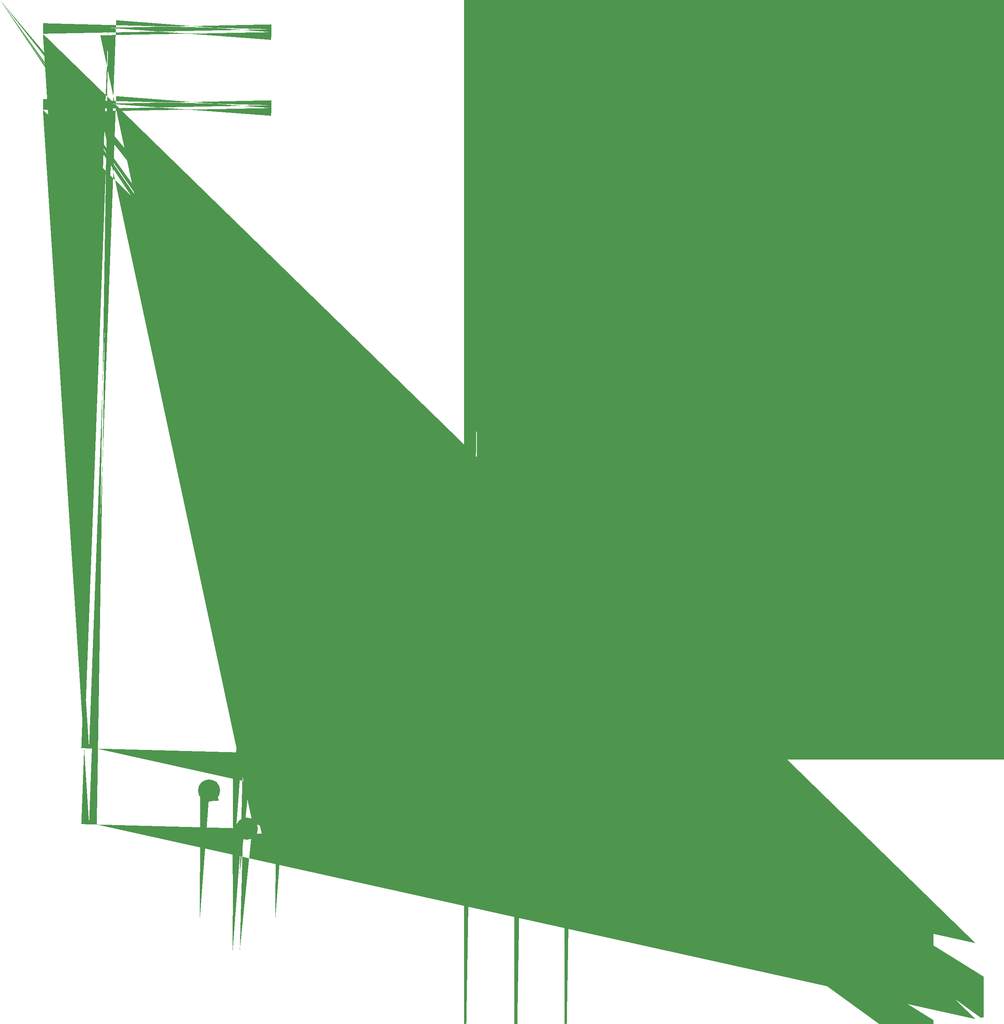
<source format=gbr>
G04 #@! TF.GenerationSoftware,KiCad,Pcbnew,(6.0.7)*
G04 #@! TF.CreationDate,2022-12-20T19:45:57-08:00*
G04 #@! TF.ProjectId,procon_gcc_button_board,70726f63-6f6e-45f6-9763-635f62757474,rev?*
G04 #@! TF.SameCoordinates,Original*
G04 #@! TF.FileFunction,Soldermask,Top*
G04 #@! TF.FilePolarity,Negative*
%FSLAX46Y46*%
G04 Gerber Fmt 4.6, Leading zero omitted, Abs format (unit mm)*
G04 Created by KiCad (PCBNEW (6.0.7)) date 2022-12-20 19:45:57*
%MOMM*%
%LPD*%
G01*
G04 APERTURE LIST*
G04 Aperture macros list*
%AMFreePoly0*
4,1,39,-0.130491,0.602121,-0.126955,0.600657,-0.099343,0.573045,-0.097879,0.569509,-0.094000,0.550000,-0.094000,0.406000,0.350000,0.406000,0.369509,0.402121,0.373045,0.400657,0.400657,0.373045,0.402121,0.369509,0.406000,0.350000,0.406000,-0.350000,0.402121,-0.369509,0.400657,-0.373045,0.373045,-0.400657,0.369509,-0.402121,0.350000,-0.406000,-0.094000,-0.406000,-0.094000,-0.550000,
-0.097879,-0.569509,-0.099343,-0.573045,-0.126955,-0.600657,-0.130491,-0.602121,-0.150000,-0.606000,-0.350000,-0.606000,-0.369509,-0.602121,-0.373045,-0.600657,-0.400657,-0.573045,-0.402121,-0.569509,-0.406000,-0.550000,-0.406000,0.550000,-0.402121,0.569509,-0.400657,0.573045,-0.373045,0.600657,-0.369509,0.602121,-0.350000,0.606000,-0.150000,0.606000,-0.130491,0.602121,-0.130491,0.602121,
$1*%
%AMFreePoly1*
4,1,152,-2.436313,3.910351,-2.431468,3.909973,-2.053339,3.862273,-2.048552,3.861436,-1.676680,3.777965,-1.671995,3.776676,-1.309754,3.658192,-1.305213,3.656463,-0.955893,3.504041,-0.951537,3.501888,-0.618310,3.316912,-0.614178,3.314353,-0.300068,3.098502,-0.296199,3.095563,-0.004058,2.850797,-0.000486,2.847502,0.267034,2.576043,0.270276,2.572423,0.510746,2.276736,0.513629,2.272825,
0.724866,1.955594,0.727364,1.951425,0.907450,1.615529,0.909539,1.611142,1.056839,1.259632,1.058501,1.255066,1.171678,0.891133,1.172899,0.886429,1.250926,0.513376,1.251693,0.508578,1.293861,0.129792,1.294168,0.124942,1.300094,-0.256138,1.299938,-0.260995,1.269569,-0.640908,1.268951,-0.645728,1.202562,-1.021027,1.201489,-1.025766,1.099683,-1.393043,1.098163,-1.397659,
0.961864,-1.753579,0.959912,-1.758029,0.790358,-2.099362,0.787992,-2.103606,0.586722,-2.427253,0.583962,-2.431252,0.352803,-2.734273,0.349675,-2.737992,0.177890,-2.923506,0.166181,-2.942667,0.152694,-2.957295,0.151058,-2.958487,0.149932,-2.960159,0.135813,-2.974177,0.123264,-2.982498,0.090724,-3.017638,0.087257,-3.021042,-0.197131,-3.274774,-0.200907,-3.277833,-0.508154,-3.503347,
-0.512204,-3.506032,-0.839518,-3.701280,-0.856713,-3.707693,-0.917562,-3.718517,-0.948782,-3.714177,-1.004371,-3.687168,-1.027077,-3.665307,-1.056174,-3.610781,-1.061694,-3.579748,-1.058134,-3.554133,-1.069934,-3.523175,-1.073237,-3.507071,-1.121140,-2.322764,-1.121171,-2.321786,-1.146331,-1.136778,-1.146342,-1.135798,-1.148747,0.049475,-1.148739,0.050454,-1.128390,1.235554,-1.128364,1.236532,
-1.085267,2.421023,-1.082030,2.437140,-1.060252,2.494979,-1.048952,2.509117,-1.044647,2.640417,-1.284725,2.776017,-1.565331,2.901211,-1.856490,2.999366,-2.155601,3.069609,-2.460015,3.111316,-2.767007,3.124114,-2.931054,3.115438,-2.879487,1.991179,-2.879447,1.990022,-2.851035,0.762676,-2.851021,0.761519,-2.850461,-0.466156,-2.850474,-0.467313,-2.877766,-1.694685,-2.877804,-1.695841,
-2.932935,-2.922278,-2.936343,-2.938451,-2.948153,-2.968860,-2.943019,-2.994765,-2.950327,-3.056135,-2.963543,-3.084750,-3.005528,-3.130104,-3.033041,-3.145485,-3.093666,-3.157498,-3.111450,-3.157860,-3.327383,-3.124129,-3.331031,-3.123422,-3.543935,-3.074060,-3.547521,-3.073090,-3.756267,-3.008359,-3.759773,-3.007130,-3.963252,-2.927374,-3.978428,-2.918094,-4.024723,-2.877150,-4.040725,-2.849994,
-4.043894,-2.835713,-4.045644,-2.833547,-4.067728,-2.775823,-4.071051,-2.759714,-4.121086,-1.553929,-4.121118,-1.552933,-4.147576,-0.346401,-4.147588,-0.345404,-4.150457,0.861415,-4.150449,0.862412,-4.129729,2.069057,-4.129703,2.070053,-4.085401,3.276063,-4.082154,3.292188,-4.060345,3.350015,-4.040653,3.374627,-4.032807,3.379788,-4.031845,3.502490,-4.044391,3.520153,-4.062859,3.579134,
-4.062521,3.610652,-4.042794,3.669222,-4.023995,3.694522,-3.973608,3.730311,-3.956978,3.738073,-3.588252,3.834500,-3.583498,3.835504,-3.207269,3.896401,-3.202440,3.896948,-2.822123,3.921761,-2.817265,3.921846,-2.436313,3.910351,-2.436313,3.910351,$1*%
%AMFreePoly2*
4,1,151,0.971106,3.537139,1.026695,3.510130,1.049401,3.488269,1.078498,3.433743,1.084018,3.402711,1.080457,3.377095,1.092258,3.346136,1.095561,3.330032,1.143463,2.145729,1.143494,2.144751,1.168654,0.959747,1.168665,0.958767,1.171070,-0.226502,1.171062,-0.227481,1.150713,-1.412578,1.150687,-1.413556,1.107592,-2.598043,1.104355,-2.614160,1.082577,-2.671999,1.062898,-2.696622,
1.011281,-2.730614,1.006231,-2.732002,1.005041,-2.779625,1.007717,-2.780320,1.034281,-2.797286,1.035060,-2.798233,1.289717,-2.944253,1.572570,-3.072314,1.866349,-3.172823,2.168361,-3.244859,2.475883,-3.287773,2.786095,-3.301169,2.932485,-3.293500,2.953295,-3.290679,2.901811,-2.168214,2.901771,-2.167057,2.873359,-0.939708,2.873345,-0.938551,2.872784,0.289127,2.872797,0.290284,
2.900090,1.517658,2.900128,1.518814,2.955259,2.745253,2.958667,2.761426,2.970475,2.791831,2.965343,2.817726,2.972651,2.879096,2.985867,2.907710,3.027851,2.953064,3.055362,2.968446,3.115986,2.980461,3.133805,2.980818,3.353594,2.946339,3.357306,2.945615,3.573936,2.894944,3.577584,2.893946,3.789862,2.827360,3.793426,2.826095,4.000187,2.743961,4.015346,2.734589,
4.061426,2.693403,4.077285,2.666164,4.090356,2.605758,4.089733,2.599618,4.090051,2.598788,4.093376,2.582668,4.144090,1.355344,4.144121,1.354329,4.170409,0.126238,4.170421,0.125224,4.172269,-1.103146,4.172260,-1.104161,4.149669,-2.332325,4.149641,-2.333339,4.102621,-3.560811,4.099346,-3.576939,4.077436,-3.634729,4.057700,-3.659307,4.044075,-3.668235,4.048462,-3.671494,
4.066715,-3.697191,4.085183,-3.756172,4.084845,-3.787690,4.065118,-3.846260,4.046319,-3.871560,3.995932,-3.907349,3.979302,-3.915111,3.610576,-4.011538,3.605822,-4.012542,3.229593,-4.073439,3.224764,-4.073986,2.844447,-4.098799,2.839589,-4.098884,2.458637,-4.087389,2.453792,-4.087011,2.075663,-4.039311,2.070876,-4.038474,1.699004,-3.955003,1.694319,-3.953714,1.332078,-3.835230,
1.327537,-3.833501,0.978217,-3.681079,0.973861,-3.678926,0.640634,-3.493950,0.636502,-3.491391,0.322392,-3.275540,0.318523,-3.272601,0.026382,-3.027835,0.022810,-3.024540,-0.244710,-2.753081,-0.247952,-2.749461,-0.488422,-2.453774,-0.491305,-2.449863,-0.702542,-2.132632,-0.705040,-2.128463,-0.885126,-1.792567,-0.887215,-1.788180,-1.034515,-1.436670,-1.036177,-1.432104,-1.149354,-1.068171,
-1.150575,-1.063467,-1.228602,-0.690414,-1.229369,-0.685616,-1.271537,-0.306830,-1.271844,-0.301980,-1.277770,0.079100,-1.277614,0.083957,-1.247245,0.463870,-1.246627,0.468690,-1.180238,0.843989,-1.179165,0.848728,-1.077359,1.216005,-1.075839,1.220621,-0.939540,1.576541,-0.937588,1.580991,-0.768034,1.922324,-0.765668,1.926568,-0.564398,2.250215,-0.561638,2.254214,-0.330479,2.557235,
-0.327351,2.560954,-0.068401,2.840600,-0.064933,2.844004,0.219455,3.097736,0.223231,3.100795,0.530478,3.326309,0.534528,3.328994,0.861842,3.524242,0.879037,3.530655,0.939886,3.541479,0.971106,3.537139,0.971106,3.537139,$1*%
%AMFreePoly3*
4,1,92,0.031608,1.395668,0.033011,1.395647,0.048720,1.392924,1.726720,0.820924,1.740832,0.813476,1.749400,0.807061,1.759391,0.803209,1.783857,0.783338,1.786463,0.779312,1.790306,0.776435,1.808465,0.750670,1.811627,0.740438,1.817442,0.731456,1.823911,0.716869,2.115437,-0.377495,2.133573,-0.416625,2.135902,-0.422613,2.221420,-0.691486,2.222978,-0.697719,2.274014,-0.975210,
2.273885,-0.994332,2.271106,-1.008380,2.271106,-1.030902,2.269364,-1.036263,2.269232,-1.038718,2.265005,-1.049682,2.261368,-1.060876,2.259920,-1.062869,2.257893,-1.068127,2.251750,-1.075690,2.250760,-1.074886,2.247547,-1.080636,2.247659,-1.080727,2.247139,-1.081367,2.246519,-1.082477,2.245382,-1.083530,2.240888,-1.089063,2.225039,-1.110878,2.220479,-1.114191,2.218931,-1.116097,
2.209057,-1.122489,2.199535,-1.129407,2.197198,-1.130166,2.192470,-1.133227,2.166420,-1.140167,2.140759,-1.148504,2.125000,-1.151000,-2.125000,-1.151000,-2.140760,-1.148504,-2.166392,-1.140176,-2.192470,-1.133229,-2.197204,-1.130165,-2.199541,-1.129405,-2.209058,-1.122490,-2.218929,-1.116100,-2.220478,-1.114193,-2.225039,-1.110879,-2.240889,-1.089063,-2.257894,-1.068126,-2.259921,-1.062867,
-2.261368,-1.060876,-2.265004,-1.049685,-2.269232,-1.038718,-2.269364,-1.036263,-2.271106,-1.030902,-2.271106,-1.003923,-2.272556,-0.977002,-2.270911,-0.961131,-2.217378,-0.760173,-2.221249,-0.700480,-2.218887,-0.681504,-2.132161,-0.413019,-2.129805,-0.407041,-2.114764,-0.374966,-1.823911,0.716869,-1.817443,0.731455,-1.811624,0.740443,-1.808463,0.750671,-1.790305,0.776435,-1.786463,0.779312,
-1.783858,0.783336,-1.759392,0.803209,-1.749400,0.807061,-1.740831,0.813477,-1.726720,0.820924,-0.048720,1.392924,-0.033011,1.395647,-0.031607,1.395668,-0.028800,1.396535,0.000000,1.396122,0.028801,1.396535,0.031608,1.395668,0.031608,1.395668,$1*%
G04 Aperture macros list end*
%ADD10FreePoly0,0.000000*%
%ADD11FreePoly0,180.000000*%
%ADD12C,8.000000*%
%ADD13FreePoly1,90.000000*%
%ADD14FreePoly2,90.000000*%
%ADD15C,5.250000*%
%ADD16FreePoly3,90.000000*%
%ADD17FreePoly3,180.000000*%
%ADD18FreePoly3,0.000000*%
%ADD19FreePoly3,270.000000*%
%ADD20C,1.626000*%
G04 APERTURE END LIST*
G36*
X160514000Y-54274000D02*
G01*
X157914000Y-54274000D01*
X157914000Y-56874000D01*
X160514000Y-56874000D01*
X160514000Y-54274000D01*
G37*
G36*
X171914000Y-54274000D02*
G01*
X169489000Y-54274000D01*
X169489000Y-56874000D01*
X171914000Y-56874000D01*
X171914000Y-54274000D01*
G37*
G36*
X169405686Y-38787057D02*
G01*
X171244164Y-36948579D01*
X173082641Y-38787057D01*
X171244164Y-40625535D01*
X169405686Y-38787057D01*
G37*
G36*
X161344669Y-30726040D02*
G01*
X163183146Y-28887562D01*
X164897880Y-30602296D01*
X163059403Y-32440774D01*
X161344669Y-30726040D01*
G37*
G36*
X153334000Y-38824000D02*
G01*
X155934000Y-38824000D01*
X155934000Y-41249000D01*
X153334000Y-41249000D01*
X153334000Y-38824000D01*
G37*
G36*
X153334000Y-50224000D02*
G01*
X155934000Y-50224000D01*
X155934000Y-52824000D01*
X153334000Y-52824000D01*
X153334000Y-50224000D01*
G37*
G36*
X182507057Y-41342314D02*
G01*
X180668579Y-39503836D01*
X182507057Y-37665359D01*
X184345535Y-39503836D01*
X182507057Y-41342314D01*
G37*
G36*
X174446040Y-49403331D02*
G01*
X172784339Y-47741630D01*
X174364722Y-46161247D01*
X176026423Y-47822948D01*
X174446040Y-49403331D01*
G37*
G36*
X160514000Y-54274000D02*
G01*
X157914000Y-54274000D01*
X157914000Y-56874000D01*
X160514000Y-56874000D01*
X160514000Y-54274000D01*
G37*
G36*
X171914000Y-54274000D02*
G01*
X169489000Y-54274000D01*
X169489000Y-56874000D01*
X171914000Y-56874000D01*
X171914000Y-54274000D01*
G37*
G36*
X169405686Y-38787057D02*
G01*
X171244164Y-36948579D01*
X173082641Y-38787057D01*
X171244164Y-40625535D01*
X169405686Y-38787057D01*
G37*
G36*
X161344669Y-30726040D02*
G01*
X163183146Y-28887562D01*
X164897880Y-30602296D01*
X163059403Y-32440774D01*
X161344669Y-30726040D01*
G37*
G36*
X153334000Y-38824000D02*
G01*
X155934000Y-38824000D01*
X155934000Y-41249000D01*
X153334000Y-41249000D01*
X153334000Y-38824000D01*
G37*
G36*
X153334000Y-50224000D02*
G01*
X155934000Y-50224000D01*
X155934000Y-52824000D01*
X153334000Y-52824000D01*
X153334000Y-50224000D01*
G37*
G36*
X182507057Y-41342314D02*
G01*
X180668579Y-39503836D01*
X182507057Y-37665359D01*
X184345535Y-39503836D01*
X182507057Y-41342314D01*
G37*
G36*
X174446040Y-49403331D02*
G01*
X172784339Y-47741630D01*
X174364722Y-46161247D01*
X176026423Y-47822948D01*
X174446040Y-49403331D01*
G37*
D10*
X134494000Y-41994000D03*
D11*
X138944000Y-41994000D03*
X138944000Y-45494000D03*
D10*
X134494000Y-45494000D03*
X104504000Y-31124000D03*
D11*
X108954000Y-31124000D03*
X108954000Y-34624000D03*
D10*
X104504000Y-34624000D03*
D12*
X154099320Y-44685900D03*
X177939320Y-44705900D03*
X166019320Y-55115900D03*
X166039320Y-34305900D03*
D13*
X177799320Y-41965900D03*
X165879320Y-52335900D03*
X153979320Y-41945900D03*
X165909320Y-31555900D03*
D14*
X177879320Y-47485900D03*
X154059320Y-47465900D03*
X165959320Y-57855900D03*
X165989320Y-37075900D03*
D15*
X93385180Y-65241960D03*
X102405180Y-56231960D03*
X102375180Y-74241960D03*
X111385180Y-65241960D03*
D16*
X101155180Y-56231960D03*
D17*
X111380180Y-66461960D03*
D16*
X101155180Y-74231960D03*
D17*
X93380180Y-66461960D03*
D18*
X111390180Y-63961960D03*
D19*
X103655180Y-56241960D03*
X103655180Y-74241960D03*
D18*
X93390180Y-63961960D03*
D10*
X142384860Y-31160720D03*
D11*
X146834860Y-31160720D03*
D10*
X142384860Y-34660720D03*
D11*
X146834860Y-34660720D03*
D10*
X112234000Y-42804000D03*
D11*
X116684000Y-42804000D03*
D10*
X112234000Y-46304000D03*
D11*
X116684000Y-46304000D03*
D20*
X170854000Y-55574000D03*
X159229000Y-55599000D03*
X163013441Y-30556334D03*
X171251235Y-38758773D03*
X154634000Y-39884000D03*
X154659000Y-51509000D03*
X174276334Y-47734559D03*
X182478773Y-39496765D03*
G36*
X170059481Y-54933270D02*
G01*
X170083480Y-54998861D01*
X170138665Y-55040713D01*
X170207714Y-55046085D01*
X170268944Y-55013145D01*
X170273761Y-55008102D01*
X170308973Y-54968995D01*
X170309283Y-54968715D01*
X170329583Y-54953966D01*
X170331572Y-54953757D01*
X170332748Y-54955375D01*
X170332158Y-54957013D01*
X170225529Y-55061432D01*
X170127588Y-55213407D01*
X170065752Y-55383301D01*
X170043091Y-55562678D01*
X170060734Y-55742611D01*
X170117804Y-55914171D01*
X170203998Y-56056493D01*
X170204040Y-56058493D01*
X170202329Y-56059529D01*
X170200801Y-56058867D01*
X170195342Y-56052804D01*
X170195096Y-56052466D01*
X170172296Y-56012976D01*
X170121956Y-55964977D01*
X170053949Y-55951869D01*
X169989651Y-55977610D01*
X169949338Y-56034221D01*
X169945592Y-56047398D01*
X169944156Y-56048790D01*
X169942232Y-56048244D01*
X169941717Y-56046413D01*
X170000299Y-55785419D01*
X170001121Y-55780718D01*
X170048862Y-55402266D01*
X170049234Y-55397504D01*
X170060738Y-55016227D01*
X170060655Y-55011454D01*
X170055607Y-54934087D01*
X170056492Y-54932294D01*
X170058488Y-54932164D01*
X170059481Y-54933270D01*
G37*
G36*
X175074769Y-47591132D02*
G01*
X175285402Y-47786176D01*
X175285993Y-47788086D01*
X175284634Y-47789554D01*
X175283153Y-47789434D01*
X175220611Y-47758338D01*
X175151770Y-47765929D01*
X175097931Y-47809555D01*
X175076763Y-47866752D01*
X175072883Y-47903658D01*
X175072796Y-47904067D01*
X175068527Y-47917207D01*
X175067041Y-47918545D01*
X175065139Y-47917927D01*
X175064644Y-47916311D01*
X175087019Y-47757104D01*
X175087332Y-47734659D01*
X175071422Y-47592822D01*
X175072223Y-47590989D01*
X175074211Y-47590766D01*
X175074769Y-47591132D01*
G37*
G36*
X174391962Y-46690830D02*
G01*
X174548246Y-46952823D01*
X174550877Y-46956792D01*
X174566918Y-46978648D01*
X174567137Y-46980636D01*
X174565525Y-46981819D01*
X174564635Y-46981715D01*
X174461524Y-46944999D01*
X174314231Y-46927435D01*
X174312630Y-46926237D01*
X174312867Y-46924251D01*
X174313905Y-46923530D01*
X174376670Y-46905101D01*
X174422025Y-46852758D01*
X174431895Y-46784111D01*
X174415750Y-46738520D01*
X174388526Y-46692880D01*
X174388498Y-46690880D01*
X174390216Y-46689855D01*
X174391962Y-46690830D01*
G37*
G36*
X155088645Y-40554736D02*
G01*
X155088229Y-40555985D01*
X155047434Y-40608891D01*
X155041507Y-40677896D01*
X155073838Y-40739168D01*
X155129603Y-40772220D01*
X155130583Y-40773964D01*
X155129563Y-40775684D01*
X155128049Y-40775868D01*
X155005616Y-40741931D01*
X155000935Y-40740871D01*
X154713311Y-40689992D01*
X154711779Y-40688706D01*
X154712128Y-40686737D01*
X154713478Y-40686031D01*
X154797073Y-40678423D01*
X154969022Y-40622554D01*
X155085621Y-40553046D01*
X155087621Y-40553018D01*
X155088645Y-40554736D01*
G37*
G36*
X154045880Y-40435170D02*
G01*
X154117056Y-40508875D01*
X154268344Y-40607875D01*
X154384289Y-40650995D01*
X154385564Y-40652536D01*
X154384867Y-40654411D01*
X154383433Y-40654864D01*
X154240342Y-40643425D01*
X154235591Y-40643273D01*
X153953946Y-40647653D01*
X153952199Y-40646680D01*
X153952168Y-40644680D01*
X153953322Y-40643743D01*
X154020023Y-40623026D01*
X154064559Y-40569986D01*
X154073347Y-40501290D01*
X154043184Y-40438152D01*
X154042954Y-40437897D01*
X154042539Y-40435941D01*
X154044026Y-40434603D01*
X154045880Y-40435170D01*
G37*
G36*
X163305215Y-31309991D02*
G01*
X163305833Y-31311893D01*
X163305281Y-31312902D01*
X163059914Y-31554710D01*
X163056688Y-31558206D01*
X163046174Y-31570755D01*
X163044295Y-31571441D01*
X163042762Y-31570156D01*
X163042808Y-31568670D01*
X163070764Y-31504664D01*
X163059770Y-31436285D01*
X163013547Y-31384697D01*
X162948546Y-31366196D01*
X162928529Y-31366196D01*
X162928113Y-31366152D01*
X162876320Y-31355143D01*
X162874834Y-31353805D01*
X162875250Y-31351849D01*
X162877001Y-31351205D01*
X162996455Y-31367144D01*
X163176514Y-31350757D01*
X163303259Y-31309575D01*
X163305215Y-31309991D01*
G37*
G36*
X163816420Y-30655266D02*
G01*
X163817178Y-30657051D01*
X163814811Y-30679569D01*
X163827323Y-30747990D01*
X163874639Y-30798568D01*
X163941847Y-30815552D01*
X163995642Y-30800947D01*
X163997576Y-30801458D01*
X163998100Y-30803388D01*
X163997111Y-30804640D01*
X163956552Y-30826385D01*
X163952457Y-30828839D01*
X163687292Y-31005406D01*
X163685297Y-31005533D01*
X163684188Y-31003869D01*
X163684518Y-31002634D01*
X163734747Y-30927035D01*
X163798949Y-30758019D01*
X163813208Y-30656564D01*
X163814440Y-30654988D01*
X163816420Y-30655266D01*
G37*
M02*

</source>
